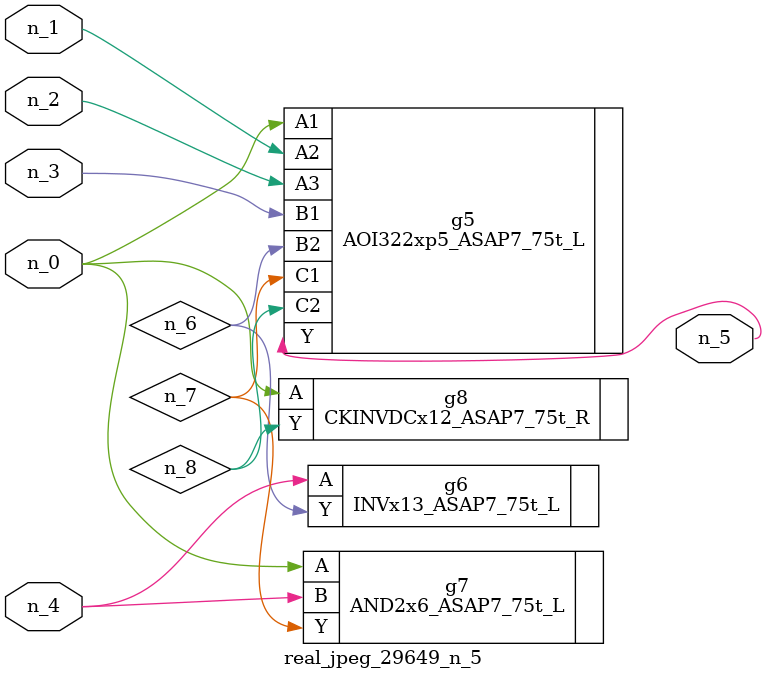
<source format=v>
module real_jpeg_29649_n_5 (n_4, n_0, n_1, n_2, n_3, n_5);

input n_4;
input n_0;
input n_1;
input n_2;
input n_3;

output n_5;

wire n_8;
wire n_6;
wire n_7;

AOI322xp5_ASAP7_75t_L g5 ( 
.A1(n_0),
.A2(n_1),
.A3(n_2),
.B1(n_3),
.B2(n_6),
.C1(n_7),
.C2(n_8),
.Y(n_5)
);

AND2x6_ASAP7_75t_L g7 ( 
.A(n_0),
.B(n_4),
.Y(n_7)
);

CKINVDCx12_ASAP7_75t_R g8 ( 
.A(n_0),
.Y(n_8)
);

INVx13_ASAP7_75t_L g6 ( 
.A(n_4),
.Y(n_6)
);


endmodule
</source>
